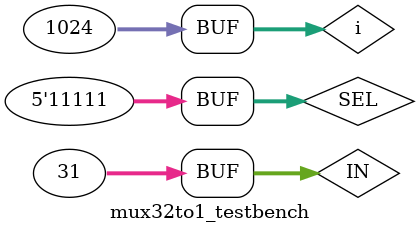
<source format=sv>
/* NAME					|	mux32to1.sv
	-------------------------------------------------------------------------------------------------
	DESCRIPTION       |  Selects a bit of data from a 32 bit input
 ---------------------------------------------------------------------------------------------------
	PARAMETERS			|	TYPE					|	DESCRIPTION					
 ---------------------------------------------------------------------------------------------------
	OUT		         |	OUTPUT 				|	1 bit of data from selected 32 bit input
	IN						|	INPUT	 [31:0]		|	Data to be muxed
	SEL					|	INPUT  [4:0]		| 	The selected bit location from the 32 bit input
	#################################################################################################
	AUTHOR            | Minhhue H Khuu
	ASSIGNMENT			| Lab 1: Register File
	CLASS					| EE 471
	DATE					| 01/16/2015
	#################################################################################################
*/ 
module mux32to1(IN, OUT, SEL);  

	// ports
	input [31:0] IN;
	input [4:0] SEL;
	output OUT;
	
	// wires
	wire [3:0] muxOut;
	
	// 8:1 mux
	mux8to1 mux81_0 (.IN(IN[7:0]), 	.OUT(muxOut[0]), .SEL(SEL[2:0]));
	mux8to1 mux81_1 (.IN(IN[15:8]), 	.OUT(muxOut[1]), .SEL(SEL[2:0]));
	mux8to1 mux81_2 (.IN(IN[23:16]),	.OUT(muxOut[2]), .SEL(SEL[2:0]));
	mux8to1 mux81_3 (.IN(IN[31:24]), .OUT(muxOut[3]), .SEL(SEL[2:0]));
	
	// 4:1 mux
	mux4to1 mux41_0 (.IN(muxOut), .OUT(OUT), .SEL(SEL[4:3]));

endmodule  
  
 
// test 
module mux32to1_testbench();  
	reg [31:0] IN;
	reg [4:0] SEL;
	wire OUT;   
   
	mux32to1 dut (.IN, .OUT, .SEL);   
	integer i;
	initial begin
		for(i=0; i<1024; i++) begin
			{IN, SEL} = i; #10;
		end
	end
  

endmodule 
</source>
